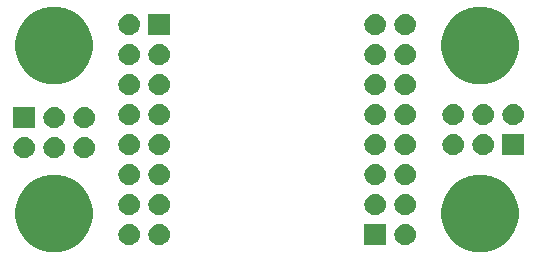
<source format=gbr>
G04 #@! TF.GenerationSoftware,KiCad,Pcbnew,(5.0.1-3-g963ef8bb5)*
G04 #@! TF.CreationDate,2019-05-10T17:58:09-07:00*
G04 #@! TF.ProjectId,NixieDriver,4E697869654472697665722E6B696361,rev?*
G04 #@! TF.SameCoordinates,Original*
G04 #@! TF.FileFunction,Soldermask,Bot*
G04 #@! TF.FilePolarity,Negative*
%FSLAX46Y46*%
G04 Gerber Fmt 4.6, Leading zero omitted, Abs format (unit mm)*
G04 Created by KiCad (PCBNEW (5.0.1-3-g963ef8bb5)) date Friday, May 10, 2019 at 05:58:09 PM*
%MOMM*%
%LPD*%
G01*
G04 APERTURE LIST*
%ADD10C,0.100000*%
G04 APERTURE END LIST*
D10*
G36*
X143449748Y-97941317D02*
X144046051Y-98188314D01*
X144582714Y-98546901D01*
X145039099Y-99003286D01*
X145397686Y-99539949D01*
X145644683Y-100136252D01*
X145770600Y-100769282D01*
X145770600Y-101414718D01*
X145644683Y-102047748D01*
X145397686Y-102644051D01*
X145039099Y-103180714D01*
X144582714Y-103637099D01*
X144046051Y-103995686D01*
X143449748Y-104242683D01*
X142816718Y-104368600D01*
X142171282Y-104368600D01*
X141538252Y-104242683D01*
X140941949Y-103995686D01*
X140405286Y-103637099D01*
X139948901Y-103180714D01*
X139590314Y-102644051D01*
X139343317Y-102047748D01*
X139217400Y-101414718D01*
X139217400Y-100769282D01*
X139343317Y-100136252D01*
X139590314Y-99539949D01*
X139948901Y-99003286D01*
X140405286Y-98546901D01*
X140941949Y-98188314D01*
X141538252Y-97941317D01*
X142171282Y-97815400D01*
X142816718Y-97815400D01*
X143449748Y-97941317D01*
X143449748Y-97941317D01*
G37*
G36*
X107381748Y-97941317D02*
X107978051Y-98188314D01*
X108514714Y-98546901D01*
X108971099Y-99003286D01*
X109329686Y-99539949D01*
X109576683Y-100136252D01*
X109702600Y-100769282D01*
X109702600Y-101414718D01*
X109576683Y-102047748D01*
X109329686Y-102644051D01*
X108971099Y-103180714D01*
X108514714Y-103637099D01*
X107978051Y-103995686D01*
X107381748Y-104242683D01*
X106748718Y-104368600D01*
X106103282Y-104368600D01*
X105470252Y-104242683D01*
X104873949Y-103995686D01*
X104337286Y-103637099D01*
X103880901Y-103180714D01*
X103522314Y-102644051D01*
X103275317Y-102047748D01*
X103149400Y-101414718D01*
X103149400Y-100769282D01*
X103275317Y-100136252D01*
X103522314Y-99539949D01*
X103880901Y-99003286D01*
X104337286Y-98546901D01*
X104873949Y-98188314D01*
X105470252Y-97941317D01*
X106103282Y-97815400D01*
X106748718Y-97815400D01*
X107381748Y-97941317D01*
X107381748Y-97941317D01*
G37*
G36*
X115426442Y-101975518D02*
X115492627Y-101982037D01*
X115605853Y-102016384D01*
X115662467Y-102033557D01*
X115801087Y-102107652D01*
X115818991Y-102117222D01*
X115854729Y-102146552D01*
X115956186Y-102229814D01*
X116039448Y-102331271D01*
X116068778Y-102367009D01*
X116068779Y-102367011D01*
X116152443Y-102523533D01*
X116152443Y-102523534D01*
X116203963Y-102693373D01*
X116221359Y-102870000D01*
X116203963Y-103046627D01*
X116169616Y-103159853D01*
X116152443Y-103216467D01*
X116078348Y-103355087D01*
X116068778Y-103372991D01*
X116039448Y-103408729D01*
X115956186Y-103510186D01*
X115854729Y-103593448D01*
X115818991Y-103622778D01*
X115818989Y-103622779D01*
X115662467Y-103706443D01*
X115605853Y-103723616D01*
X115492627Y-103757963D01*
X115426443Y-103764481D01*
X115360260Y-103771000D01*
X115271740Y-103771000D01*
X115205557Y-103764481D01*
X115139373Y-103757963D01*
X115026147Y-103723616D01*
X114969533Y-103706443D01*
X114813011Y-103622779D01*
X114813009Y-103622778D01*
X114777271Y-103593448D01*
X114675814Y-103510186D01*
X114592552Y-103408729D01*
X114563222Y-103372991D01*
X114553652Y-103355087D01*
X114479557Y-103216467D01*
X114462384Y-103159853D01*
X114428037Y-103046627D01*
X114410641Y-102870000D01*
X114428037Y-102693373D01*
X114479557Y-102523534D01*
X114479557Y-102523533D01*
X114563221Y-102367011D01*
X114563222Y-102367009D01*
X114592552Y-102331271D01*
X114675814Y-102229814D01*
X114777271Y-102146552D01*
X114813009Y-102117222D01*
X114830913Y-102107652D01*
X114969533Y-102033557D01*
X115026147Y-102016384D01*
X115139373Y-101982037D01*
X115205558Y-101975518D01*
X115271740Y-101969000D01*
X115360260Y-101969000D01*
X115426442Y-101975518D01*
X115426442Y-101975518D01*
G37*
G36*
X112886442Y-101975518D02*
X112952627Y-101982037D01*
X113065853Y-102016384D01*
X113122467Y-102033557D01*
X113261087Y-102107652D01*
X113278991Y-102117222D01*
X113314729Y-102146552D01*
X113416186Y-102229814D01*
X113499448Y-102331271D01*
X113528778Y-102367009D01*
X113528779Y-102367011D01*
X113612443Y-102523533D01*
X113612443Y-102523534D01*
X113663963Y-102693373D01*
X113681359Y-102870000D01*
X113663963Y-103046627D01*
X113629616Y-103159853D01*
X113612443Y-103216467D01*
X113538348Y-103355087D01*
X113528778Y-103372991D01*
X113499448Y-103408729D01*
X113416186Y-103510186D01*
X113314729Y-103593448D01*
X113278991Y-103622778D01*
X113278989Y-103622779D01*
X113122467Y-103706443D01*
X113065853Y-103723616D01*
X112952627Y-103757963D01*
X112886443Y-103764481D01*
X112820260Y-103771000D01*
X112731740Y-103771000D01*
X112665557Y-103764481D01*
X112599373Y-103757963D01*
X112486147Y-103723616D01*
X112429533Y-103706443D01*
X112273011Y-103622779D01*
X112273009Y-103622778D01*
X112237271Y-103593448D01*
X112135814Y-103510186D01*
X112052552Y-103408729D01*
X112023222Y-103372991D01*
X112013652Y-103355087D01*
X111939557Y-103216467D01*
X111922384Y-103159853D01*
X111888037Y-103046627D01*
X111870641Y-102870000D01*
X111888037Y-102693373D01*
X111939557Y-102523534D01*
X111939557Y-102523533D01*
X112023221Y-102367011D01*
X112023222Y-102367009D01*
X112052552Y-102331271D01*
X112135814Y-102229814D01*
X112237271Y-102146552D01*
X112273009Y-102117222D01*
X112290913Y-102107652D01*
X112429533Y-102033557D01*
X112486147Y-102016384D01*
X112599373Y-101982037D01*
X112665558Y-101975518D01*
X112731740Y-101969000D01*
X112820260Y-101969000D01*
X112886442Y-101975518D01*
X112886442Y-101975518D01*
G37*
G36*
X134505000Y-103771000D02*
X132703000Y-103771000D01*
X132703000Y-101969000D01*
X134505000Y-101969000D01*
X134505000Y-103771000D01*
X134505000Y-103771000D01*
G37*
G36*
X136254442Y-101975518D02*
X136320627Y-101982037D01*
X136433853Y-102016384D01*
X136490467Y-102033557D01*
X136629087Y-102107652D01*
X136646991Y-102117222D01*
X136682729Y-102146552D01*
X136784186Y-102229814D01*
X136867448Y-102331271D01*
X136896778Y-102367009D01*
X136896779Y-102367011D01*
X136980443Y-102523533D01*
X136980443Y-102523534D01*
X137031963Y-102693373D01*
X137049359Y-102870000D01*
X137031963Y-103046627D01*
X136997616Y-103159853D01*
X136980443Y-103216467D01*
X136906348Y-103355087D01*
X136896778Y-103372991D01*
X136867448Y-103408729D01*
X136784186Y-103510186D01*
X136682729Y-103593448D01*
X136646991Y-103622778D01*
X136646989Y-103622779D01*
X136490467Y-103706443D01*
X136433853Y-103723616D01*
X136320627Y-103757963D01*
X136254443Y-103764481D01*
X136188260Y-103771000D01*
X136099740Y-103771000D01*
X136033557Y-103764481D01*
X135967373Y-103757963D01*
X135854147Y-103723616D01*
X135797533Y-103706443D01*
X135641011Y-103622779D01*
X135641009Y-103622778D01*
X135605271Y-103593448D01*
X135503814Y-103510186D01*
X135420552Y-103408729D01*
X135391222Y-103372991D01*
X135381652Y-103355087D01*
X135307557Y-103216467D01*
X135290384Y-103159853D01*
X135256037Y-103046627D01*
X135238641Y-102870000D01*
X135256037Y-102693373D01*
X135307557Y-102523534D01*
X135307557Y-102523533D01*
X135391221Y-102367011D01*
X135391222Y-102367009D01*
X135420552Y-102331271D01*
X135503814Y-102229814D01*
X135605271Y-102146552D01*
X135641009Y-102117222D01*
X135658913Y-102107652D01*
X135797533Y-102033557D01*
X135854147Y-102016384D01*
X135967373Y-101982037D01*
X136033558Y-101975518D01*
X136099740Y-101969000D01*
X136188260Y-101969000D01*
X136254442Y-101975518D01*
X136254442Y-101975518D01*
G37*
G36*
X115426443Y-99435519D02*
X115492627Y-99442037D01*
X115605853Y-99476384D01*
X115662467Y-99493557D01*
X115749257Y-99539948D01*
X115818991Y-99577222D01*
X115854729Y-99606552D01*
X115956186Y-99689814D01*
X116039448Y-99791271D01*
X116068778Y-99827009D01*
X116068779Y-99827011D01*
X116152443Y-99983533D01*
X116152443Y-99983534D01*
X116203963Y-100153373D01*
X116221359Y-100330000D01*
X116203963Y-100506627D01*
X116169616Y-100619853D01*
X116152443Y-100676467D01*
X116102831Y-100769283D01*
X116068778Y-100832991D01*
X116039448Y-100868729D01*
X115956186Y-100970186D01*
X115854729Y-101053448D01*
X115818991Y-101082778D01*
X115818989Y-101082779D01*
X115662467Y-101166443D01*
X115605853Y-101183616D01*
X115492627Y-101217963D01*
X115426443Y-101224481D01*
X115360260Y-101231000D01*
X115271740Y-101231000D01*
X115205558Y-101224482D01*
X115139373Y-101217963D01*
X115026147Y-101183616D01*
X114969533Y-101166443D01*
X114813011Y-101082779D01*
X114813009Y-101082778D01*
X114777271Y-101053448D01*
X114675814Y-100970186D01*
X114592552Y-100868729D01*
X114563222Y-100832991D01*
X114529169Y-100769283D01*
X114479557Y-100676467D01*
X114462384Y-100619853D01*
X114428037Y-100506627D01*
X114410641Y-100330000D01*
X114428037Y-100153373D01*
X114479557Y-99983534D01*
X114479557Y-99983533D01*
X114563221Y-99827011D01*
X114563222Y-99827009D01*
X114592552Y-99791271D01*
X114675814Y-99689814D01*
X114777271Y-99606552D01*
X114813009Y-99577222D01*
X114882743Y-99539948D01*
X114969533Y-99493557D01*
X115026147Y-99476384D01*
X115139373Y-99442037D01*
X115205558Y-99435518D01*
X115271740Y-99429000D01*
X115360260Y-99429000D01*
X115426443Y-99435519D01*
X115426443Y-99435519D01*
G37*
G36*
X136254443Y-99435519D02*
X136320627Y-99442037D01*
X136433853Y-99476384D01*
X136490467Y-99493557D01*
X136577257Y-99539948D01*
X136646991Y-99577222D01*
X136682729Y-99606552D01*
X136784186Y-99689814D01*
X136867448Y-99791271D01*
X136896778Y-99827009D01*
X136896779Y-99827011D01*
X136980443Y-99983533D01*
X136980443Y-99983534D01*
X137031963Y-100153373D01*
X137049359Y-100330000D01*
X137031963Y-100506627D01*
X136997616Y-100619853D01*
X136980443Y-100676467D01*
X136930831Y-100769283D01*
X136896778Y-100832991D01*
X136867448Y-100868729D01*
X136784186Y-100970186D01*
X136682729Y-101053448D01*
X136646991Y-101082778D01*
X136646989Y-101082779D01*
X136490467Y-101166443D01*
X136433853Y-101183616D01*
X136320627Y-101217963D01*
X136254443Y-101224481D01*
X136188260Y-101231000D01*
X136099740Y-101231000D01*
X136033558Y-101224482D01*
X135967373Y-101217963D01*
X135854147Y-101183616D01*
X135797533Y-101166443D01*
X135641011Y-101082779D01*
X135641009Y-101082778D01*
X135605271Y-101053448D01*
X135503814Y-100970186D01*
X135420552Y-100868729D01*
X135391222Y-100832991D01*
X135357169Y-100769283D01*
X135307557Y-100676467D01*
X135290384Y-100619853D01*
X135256037Y-100506627D01*
X135238641Y-100330000D01*
X135256037Y-100153373D01*
X135307557Y-99983534D01*
X135307557Y-99983533D01*
X135391221Y-99827011D01*
X135391222Y-99827009D01*
X135420552Y-99791271D01*
X135503814Y-99689814D01*
X135605271Y-99606552D01*
X135641009Y-99577222D01*
X135710743Y-99539948D01*
X135797533Y-99493557D01*
X135854147Y-99476384D01*
X135967373Y-99442037D01*
X136033558Y-99435518D01*
X136099740Y-99429000D01*
X136188260Y-99429000D01*
X136254443Y-99435519D01*
X136254443Y-99435519D01*
G37*
G36*
X133714443Y-99435519D02*
X133780627Y-99442037D01*
X133893853Y-99476384D01*
X133950467Y-99493557D01*
X134037257Y-99539948D01*
X134106991Y-99577222D01*
X134142729Y-99606552D01*
X134244186Y-99689814D01*
X134327448Y-99791271D01*
X134356778Y-99827009D01*
X134356779Y-99827011D01*
X134440443Y-99983533D01*
X134440443Y-99983534D01*
X134491963Y-100153373D01*
X134509359Y-100330000D01*
X134491963Y-100506627D01*
X134457616Y-100619853D01*
X134440443Y-100676467D01*
X134390831Y-100769283D01*
X134356778Y-100832991D01*
X134327448Y-100868729D01*
X134244186Y-100970186D01*
X134142729Y-101053448D01*
X134106991Y-101082778D01*
X134106989Y-101082779D01*
X133950467Y-101166443D01*
X133893853Y-101183616D01*
X133780627Y-101217963D01*
X133714443Y-101224481D01*
X133648260Y-101231000D01*
X133559740Y-101231000D01*
X133493558Y-101224482D01*
X133427373Y-101217963D01*
X133314147Y-101183616D01*
X133257533Y-101166443D01*
X133101011Y-101082779D01*
X133101009Y-101082778D01*
X133065271Y-101053448D01*
X132963814Y-100970186D01*
X132880552Y-100868729D01*
X132851222Y-100832991D01*
X132817169Y-100769283D01*
X132767557Y-100676467D01*
X132750384Y-100619853D01*
X132716037Y-100506627D01*
X132698641Y-100330000D01*
X132716037Y-100153373D01*
X132767557Y-99983534D01*
X132767557Y-99983533D01*
X132851221Y-99827011D01*
X132851222Y-99827009D01*
X132880552Y-99791271D01*
X132963814Y-99689814D01*
X133065271Y-99606552D01*
X133101009Y-99577222D01*
X133170743Y-99539948D01*
X133257533Y-99493557D01*
X133314147Y-99476384D01*
X133427373Y-99442037D01*
X133493558Y-99435518D01*
X133559740Y-99429000D01*
X133648260Y-99429000D01*
X133714443Y-99435519D01*
X133714443Y-99435519D01*
G37*
G36*
X112886443Y-99435519D02*
X112952627Y-99442037D01*
X113065853Y-99476384D01*
X113122467Y-99493557D01*
X113209257Y-99539948D01*
X113278991Y-99577222D01*
X113314729Y-99606552D01*
X113416186Y-99689814D01*
X113499448Y-99791271D01*
X113528778Y-99827009D01*
X113528779Y-99827011D01*
X113612443Y-99983533D01*
X113612443Y-99983534D01*
X113663963Y-100153373D01*
X113681359Y-100330000D01*
X113663963Y-100506627D01*
X113629616Y-100619853D01*
X113612443Y-100676467D01*
X113562831Y-100769283D01*
X113528778Y-100832991D01*
X113499448Y-100868729D01*
X113416186Y-100970186D01*
X113314729Y-101053448D01*
X113278991Y-101082778D01*
X113278989Y-101082779D01*
X113122467Y-101166443D01*
X113065853Y-101183616D01*
X112952627Y-101217963D01*
X112886443Y-101224481D01*
X112820260Y-101231000D01*
X112731740Y-101231000D01*
X112665558Y-101224482D01*
X112599373Y-101217963D01*
X112486147Y-101183616D01*
X112429533Y-101166443D01*
X112273011Y-101082779D01*
X112273009Y-101082778D01*
X112237271Y-101053448D01*
X112135814Y-100970186D01*
X112052552Y-100868729D01*
X112023222Y-100832991D01*
X111989169Y-100769283D01*
X111939557Y-100676467D01*
X111922384Y-100619853D01*
X111888037Y-100506627D01*
X111870641Y-100330000D01*
X111888037Y-100153373D01*
X111939557Y-99983534D01*
X111939557Y-99983533D01*
X112023221Y-99827011D01*
X112023222Y-99827009D01*
X112052552Y-99791271D01*
X112135814Y-99689814D01*
X112237271Y-99606552D01*
X112273009Y-99577222D01*
X112342743Y-99539948D01*
X112429533Y-99493557D01*
X112486147Y-99476384D01*
X112599373Y-99442037D01*
X112665558Y-99435518D01*
X112731740Y-99429000D01*
X112820260Y-99429000D01*
X112886443Y-99435519D01*
X112886443Y-99435519D01*
G37*
G36*
X112886442Y-96895518D02*
X112952627Y-96902037D01*
X113065853Y-96936384D01*
X113122467Y-96953557D01*
X113261087Y-97027652D01*
X113278991Y-97037222D01*
X113314729Y-97066552D01*
X113416186Y-97149814D01*
X113499448Y-97251271D01*
X113528778Y-97287009D01*
X113528779Y-97287011D01*
X113612443Y-97443533D01*
X113612443Y-97443534D01*
X113663963Y-97613373D01*
X113681359Y-97790000D01*
X113663963Y-97966627D01*
X113629616Y-98079853D01*
X113612443Y-98136467D01*
X113584729Y-98188315D01*
X113528778Y-98292991D01*
X113499448Y-98328729D01*
X113416186Y-98430186D01*
X113314729Y-98513448D01*
X113278991Y-98542778D01*
X113278989Y-98542779D01*
X113122467Y-98626443D01*
X113065853Y-98643616D01*
X112952627Y-98677963D01*
X112886442Y-98684482D01*
X112820260Y-98691000D01*
X112731740Y-98691000D01*
X112665558Y-98684482D01*
X112599373Y-98677963D01*
X112486147Y-98643616D01*
X112429533Y-98626443D01*
X112273011Y-98542779D01*
X112273009Y-98542778D01*
X112237271Y-98513448D01*
X112135814Y-98430186D01*
X112052552Y-98328729D01*
X112023222Y-98292991D01*
X111967271Y-98188315D01*
X111939557Y-98136467D01*
X111922384Y-98079853D01*
X111888037Y-97966627D01*
X111870641Y-97790000D01*
X111888037Y-97613373D01*
X111939557Y-97443534D01*
X111939557Y-97443533D01*
X112023221Y-97287011D01*
X112023222Y-97287009D01*
X112052552Y-97251271D01*
X112135814Y-97149814D01*
X112237271Y-97066552D01*
X112273009Y-97037222D01*
X112290913Y-97027652D01*
X112429533Y-96953557D01*
X112486147Y-96936384D01*
X112599373Y-96902037D01*
X112665558Y-96895518D01*
X112731740Y-96889000D01*
X112820260Y-96889000D01*
X112886442Y-96895518D01*
X112886442Y-96895518D01*
G37*
G36*
X136254442Y-96895518D02*
X136320627Y-96902037D01*
X136433853Y-96936384D01*
X136490467Y-96953557D01*
X136629087Y-97027652D01*
X136646991Y-97037222D01*
X136682729Y-97066552D01*
X136784186Y-97149814D01*
X136867448Y-97251271D01*
X136896778Y-97287009D01*
X136896779Y-97287011D01*
X136980443Y-97443533D01*
X136980443Y-97443534D01*
X137031963Y-97613373D01*
X137049359Y-97790000D01*
X137031963Y-97966627D01*
X136997616Y-98079853D01*
X136980443Y-98136467D01*
X136952729Y-98188315D01*
X136896778Y-98292991D01*
X136867448Y-98328729D01*
X136784186Y-98430186D01*
X136682729Y-98513448D01*
X136646991Y-98542778D01*
X136646989Y-98542779D01*
X136490467Y-98626443D01*
X136433853Y-98643616D01*
X136320627Y-98677963D01*
X136254442Y-98684482D01*
X136188260Y-98691000D01*
X136099740Y-98691000D01*
X136033558Y-98684482D01*
X135967373Y-98677963D01*
X135854147Y-98643616D01*
X135797533Y-98626443D01*
X135641011Y-98542779D01*
X135641009Y-98542778D01*
X135605271Y-98513448D01*
X135503814Y-98430186D01*
X135420552Y-98328729D01*
X135391222Y-98292991D01*
X135335271Y-98188315D01*
X135307557Y-98136467D01*
X135290384Y-98079853D01*
X135256037Y-97966627D01*
X135238641Y-97790000D01*
X135256037Y-97613373D01*
X135307557Y-97443534D01*
X135307557Y-97443533D01*
X135391221Y-97287011D01*
X135391222Y-97287009D01*
X135420552Y-97251271D01*
X135503814Y-97149814D01*
X135605271Y-97066552D01*
X135641009Y-97037222D01*
X135658913Y-97027652D01*
X135797533Y-96953557D01*
X135854147Y-96936384D01*
X135967373Y-96902037D01*
X136033558Y-96895518D01*
X136099740Y-96889000D01*
X136188260Y-96889000D01*
X136254442Y-96895518D01*
X136254442Y-96895518D01*
G37*
G36*
X133714442Y-96895518D02*
X133780627Y-96902037D01*
X133893853Y-96936384D01*
X133950467Y-96953557D01*
X134089087Y-97027652D01*
X134106991Y-97037222D01*
X134142729Y-97066552D01*
X134244186Y-97149814D01*
X134327448Y-97251271D01*
X134356778Y-97287009D01*
X134356779Y-97287011D01*
X134440443Y-97443533D01*
X134440443Y-97443534D01*
X134491963Y-97613373D01*
X134509359Y-97790000D01*
X134491963Y-97966627D01*
X134457616Y-98079853D01*
X134440443Y-98136467D01*
X134412729Y-98188315D01*
X134356778Y-98292991D01*
X134327448Y-98328729D01*
X134244186Y-98430186D01*
X134142729Y-98513448D01*
X134106991Y-98542778D01*
X134106989Y-98542779D01*
X133950467Y-98626443D01*
X133893853Y-98643616D01*
X133780627Y-98677963D01*
X133714442Y-98684482D01*
X133648260Y-98691000D01*
X133559740Y-98691000D01*
X133493558Y-98684482D01*
X133427373Y-98677963D01*
X133314147Y-98643616D01*
X133257533Y-98626443D01*
X133101011Y-98542779D01*
X133101009Y-98542778D01*
X133065271Y-98513448D01*
X132963814Y-98430186D01*
X132880552Y-98328729D01*
X132851222Y-98292991D01*
X132795271Y-98188315D01*
X132767557Y-98136467D01*
X132750384Y-98079853D01*
X132716037Y-97966627D01*
X132698641Y-97790000D01*
X132716037Y-97613373D01*
X132767557Y-97443534D01*
X132767557Y-97443533D01*
X132851221Y-97287011D01*
X132851222Y-97287009D01*
X132880552Y-97251271D01*
X132963814Y-97149814D01*
X133065271Y-97066552D01*
X133101009Y-97037222D01*
X133118913Y-97027652D01*
X133257533Y-96953557D01*
X133314147Y-96936384D01*
X133427373Y-96902037D01*
X133493558Y-96895518D01*
X133559740Y-96889000D01*
X133648260Y-96889000D01*
X133714442Y-96895518D01*
X133714442Y-96895518D01*
G37*
G36*
X115426442Y-96895518D02*
X115492627Y-96902037D01*
X115605853Y-96936384D01*
X115662467Y-96953557D01*
X115801087Y-97027652D01*
X115818991Y-97037222D01*
X115854729Y-97066552D01*
X115956186Y-97149814D01*
X116039448Y-97251271D01*
X116068778Y-97287009D01*
X116068779Y-97287011D01*
X116152443Y-97443533D01*
X116152443Y-97443534D01*
X116203963Y-97613373D01*
X116221359Y-97790000D01*
X116203963Y-97966627D01*
X116169616Y-98079853D01*
X116152443Y-98136467D01*
X116124729Y-98188315D01*
X116068778Y-98292991D01*
X116039448Y-98328729D01*
X115956186Y-98430186D01*
X115854729Y-98513448D01*
X115818991Y-98542778D01*
X115818989Y-98542779D01*
X115662467Y-98626443D01*
X115605853Y-98643616D01*
X115492627Y-98677963D01*
X115426442Y-98684482D01*
X115360260Y-98691000D01*
X115271740Y-98691000D01*
X115205558Y-98684482D01*
X115139373Y-98677963D01*
X115026147Y-98643616D01*
X114969533Y-98626443D01*
X114813011Y-98542779D01*
X114813009Y-98542778D01*
X114777271Y-98513448D01*
X114675814Y-98430186D01*
X114592552Y-98328729D01*
X114563222Y-98292991D01*
X114507271Y-98188315D01*
X114479557Y-98136467D01*
X114462384Y-98079853D01*
X114428037Y-97966627D01*
X114410641Y-97790000D01*
X114428037Y-97613373D01*
X114479557Y-97443534D01*
X114479557Y-97443533D01*
X114563221Y-97287011D01*
X114563222Y-97287009D01*
X114592552Y-97251271D01*
X114675814Y-97149814D01*
X114777271Y-97066552D01*
X114813009Y-97037222D01*
X114830913Y-97027652D01*
X114969533Y-96953557D01*
X115026147Y-96936384D01*
X115139373Y-96902037D01*
X115205558Y-96895518D01*
X115271740Y-96889000D01*
X115360260Y-96889000D01*
X115426442Y-96895518D01*
X115426442Y-96895518D01*
G37*
G36*
X109076442Y-94609518D02*
X109142627Y-94616037D01*
X109255853Y-94650384D01*
X109312467Y-94667557D01*
X109451087Y-94741652D01*
X109468991Y-94751222D01*
X109504729Y-94780552D01*
X109606186Y-94863814D01*
X109689448Y-94965271D01*
X109718778Y-95001009D01*
X109718779Y-95001011D01*
X109802443Y-95157533D01*
X109802443Y-95157534D01*
X109853963Y-95327373D01*
X109871359Y-95504000D01*
X109853963Y-95680627D01*
X109819616Y-95793853D01*
X109802443Y-95850467D01*
X109781213Y-95890185D01*
X109718778Y-96006991D01*
X109689448Y-96042729D01*
X109606186Y-96144186D01*
X109504729Y-96227448D01*
X109468991Y-96256778D01*
X109468989Y-96256779D01*
X109312467Y-96340443D01*
X109255853Y-96357616D01*
X109142627Y-96391963D01*
X109076442Y-96398482D01*
X109010260Y-96405000D01*
X108921740Y-96405000D01*
X108855558Y-96398482D01*
X108789373Y-96391963D01*
X108676147Y-96357616D01*
X108619533Y-96340443D01*
X108463011Y-96256779D01*
X108463009Y-96256778D01*
X108427271Y-96227448D01*
X108325814Y-96144186D01*
X108242552Y-96042729D01*
X108213222Y-96006991D01*
X108150787Y-95890185D01*
X108129557Y-95850467D01*
X108112384Y-95793853D01*
X108078037Y-95680627D01*
X108060641Y-95504000D01*
X108078037Y-95327373D01*
X108129557Y-95157534D01*
X108129557Y-95157533D01*
X108213221Y-95001011D01*
X108213222Y-95001009D01*
X108242552Y-94965271D01*
X108325814Y-94863814D01*
X108427271Y-94780552D01*
X108463009Y-94751222D01*
X108480913Y-94741652D01*
X108619533Y-94667557D01*
X108676147Y-94650384D01*
X108789373Y-94616037D01*
X108855558Y-94609518D01*
X108921740Y-94603000D01*
X109010260Y-94603000D01*
X109076442Y-94609518D01*
X109076442Y-94609518D01*
G37*
G36*
X106536442Y-94609518D02*
X106602627Y-94616037D01*
X106715853Y-94650384D01*
X106772467Y-94667557D01*
X106911087Y-94741652D01*
X106928991Y-94751222D01*
X106964729Y-94780552D01*
X107066186Y-94863814D01*
X107149448Y-94965271D01*
X107178778Y-95001009D01*
X107178779Y-95001011D01*
X107262443Y-95157533D01*
X107262443Y-95157534D01*
X107313963Y-95327373D01*
X107331359Y-95504000D01*
X107313963Y-95680627D01*
X107279616Y-95793853D01*
X107262443Y-95850467D01*
X107241213Y-95890185D01*
X107178778Y-96006991D01*
X107149448Y-96042729D01*
X107066186Y-96144186D01*
X106964729Y-96227448D01*
X106928991Y-96256778D01*
X106928989Y-96256779D01*
X106772467Y-96340443D01*
X106715853Y-96357616D01*
X106602627Y-96391963D01*
X106536442Y-96398482D01*
X106470260Y-96405000D01*
X106381740Y-96405000D01*
X106315558Y-96398482D01*
X106249373Y-96391963D01*
X106136147Y-96357616D01*
X106079533Y-96340443D01*
X105923011Y-96256779D01*
X105923009Y-96256778D01*
X105887271Y-96227448D01*
X105785814Y-96144186D01*
X105702552Y-96042729D01*
X105673222Y-96006991D01*
X105610787Y-95890185D01*
X105589557Y-95850467D01*
X105572384Y-95793853D01*
X105538037Y-95680627D01*
X105520641Y-95504000D01*
X105538037Y-95327373D01*
X105589557Y-95157534D01*
X105589557Y-95157533D01*
X105673221Y-95001011D01*
X105673222Y-95001009D01*
X105702552Y-94965271D01*
X105785814Y-94863814D01*
X105887271Y-94780552D01*
X105923009Y-94751222D01*
X105940913Y-94741652D01*
X106079533Y-94667557D01*
X106136147Y-94650384D01*
X106249373Y-94616037D01*
X106315558Y-94609518D01*
X106381740Y-94603000D01*
X106470260Y-94603000D01*
X106536442Y-94609518D01*
X106536442Y-94609518D01*
G37*
G36*
X103996442Y-94609518D02*
X104062627Y-94616037D01*
X104175853Y-94650384D01*
X104232467Y-94667557D01*
X104371087Y-94741652D01*
X104388991Y-94751222D01*
X104424729Y-94780552D01*
X104526186Y-94863814D01*
X104609448Y-94965271D01*
X104638778Y-95001009D01*
X104638779Y-95001011D01*
X104722443Y-95157533D01*
X104722443Y-95157534D01*
X104773963Y-95327373D01*
X104791359Y-95504000D01*
X104773963Y-95680627D01*
X104739616Y-95793853D01*
X104722443Y-95850467D01*
X104701213Y-95890185D01*
X104638778Y-96006991D01*
X104609448Y-96042729D01*
X104526186Y-96144186D01*
X104424729Y-96227448D01*
X104388991Y-96256778D01*
X104388989Y-96256779D01*
X104232467Y-96340443D01*
X104175853Y-96357616D01*
X104062627Y-96391963D01*
X103996442Y-96398482D01*
X103930260Y-96405000D01*
X103841740Y-96405000D01*
X103775558Y-96398482D01*
X103709373Y-96391963D01*
X103596147Y-96357616D01*
X103539533Y-96340443D01*
X103383011Y-96256779D01*
X103383009Y-96256778D01*
X103347271Y-96227448D01*
X103245814Y-96144186D01*
X103162552Y-96042729D01*
X103133222Y-96006991D01*
X103070787Y-95890185D01*
X103049557Y-95850467D01*
X103032384Y-95793853D01*
X102998037Y-95680627D01*
X102980641Y-95504000D01*
X102998037Y-95327373D01*
X103049557Y-95157534D01*
X103049557Y-95157533D01*
X103133221Y-95001011D01*
X103133222Y-95001009D01*
X103162552Y-94965271D01*
X103245814Y-94863814D01*
X103347271Y-94780552D01*
X103383009Y-94751222D01*
X103400913Y-94741652D01*
X103539533Y-94667557D01*
X103596147Y-94650384D01*
X103709373Y-94616037D01*
X103775558Y-94609518D01*
X103841740Y-94603000D01*
X103930260Y-94603000D01*
X103996442Y-94609518D01*
X103996442Y-94609518D01*
G37*
G36*
X136254442Y-94355518D02*
X136320627Y-94362037D01*
X136433853Y-94396384D01*
X136490467Y-94413557D01*
X136629087Y-94487652D01*
X136646991Y-94497222D01*
X136682729Y-94526552D01*
X136784186Y-94609814D01*
X136867448Y-94711271D01*
X136896778Y-94747009D01*
X136896779Y-94747011D01*
X136980443Y-94903533D01*
X136980443Y-94903534D01*
X137031963Y-95073373D01*
X137049359Y-95250000D01*
X137031963Y-95426627D01*
X137008492Y-95504000D01*
X136980443Y-95596467D01*
X136935459Y-95680625D01*
X136896778Y-95752991D01*
X136867448Y-95788729D01*
X136784186Y-95890186D01*
X136682729Y-95973448D01*
X136646991Y-96002778D01*
X136646989Y-96002779D01*
X136490467Y-96086443D01*
X136433853Y-96103616D01*
X136320627Y-96137963D01*
X136257453Y-96144185D01*
X136188260Y-96151000D01*
X136099740Y-96151000D01*
X136030547Y-96144185D01*
X135967373Y-96137963D01*
X135854147Y-96103616D01*
X135797533Y-96086443D01*
X135641011Y-96002779D01*
X135641009Y-96002778D01*
X135605271Y-95973448D01*
X135503814Y-95890186D01*
X135420552Y-95788729D01*
X135391222Y-95752991D01*
X135352541Y-95680625D01*
X135307557Y-95596467D01*
X135279508Y-95504000D01*
X135256037Y-95426627D01*
X135238641Y-95250000D01*
X135256037Y-95073373D01*
X135307557Y-94903534D01*
X135307557Y-94903533D01*
X135391221Y-94747011D01*
X135391222Y-94747009D01*
X135420552Y-94711271D01*
X135503814Y-94609814D01*
X135605271Y-94526552D01*
X135641009Y-94497222D01*
X135658913Y-94487652D01*
X135797533Y-94413557D01*
X135854147Y-94396384D01*
X135967373Y-94362037D01*
X136033557Y-94355519D01*
X136099740Y-94349000D01*
X136188260Y-94349000D01*
X136254442Y-94355518D01*
X136254442Y-94355518D01*
G37*
G36*
X133714442Y-94355518D02*
X133780627Y-94362037D01*
X133893853Y-94396384D01*
X133950467Y-94413557D01*
X134089087Y-94487652D01*
X134106991Y-94497222D01*
X134142729Y-94526552D01*
X134244186Y-94609814D01*
X134327448Y-94711271D01*
X134356778Y-94747009D01*
X134356779Y-94747011D01*
X134440443Y-94903533D01*
X134440443Y-94903534D01*
X134491963Y-95073373D01*
X134509359Y-95250000D01*
X134491963Y-95426627D01*
X134468492Y-95504000D01*
X134440443Y-95596467D01*
X134395459Y-95680625D01*
X134356778Y-95752991D01*
X134327448Y-95788729D01*
X134244186Y-95890186D01*
X134142729Y-95973448D01*
X134106991Y-96002778D01*
X134106989Y-96002779D01*
X133950467Y-96086443D01*
X133893853Y-96103616D01*
X133780627Y-96137963D01*
X133717453Y-96144185D01*
X133648260Y-96151000D01*
X133559740Y-96151000D01*
X133490547Y-96144185D01*
X133427373Y-96137963D01*
X133314147Y-96103616D01*
X133257533Y-96086443D01*
X133101011Y-96002779D01*
X133101009Y-96002778D01*
X133065271Y-95973448D01*
X132963814Y-95890186D01*
X132880552Y-95788729D01*
X132851222Y-95752991D01*
X132812541Y-95680625D01*
X132767557Y-95596467D01*
X132739508Y-95504000D01*
X132716037Y-95426627D01*
X132698641Y-95250000D01*
X132716037Y-95073373D01*
X132767557Y-94903534D01*
X132767557Y-94903533D01*
X132851221Y-94747011D01*
X132851222Y-94747009D01*
X132880552Y-94711271D01*
X132963814Y-94609814D01*
X133065271Y-94526552D01*
X133101009Y-94497222D01*
X133118913Y-94487652D01*
X133257533Y-94413557D01*
X133314147Y-94396384D01*
X133427373Y-94362037D01*
X133493557Y-94355519D01*
X133559740Y-94349000D01*
X133648260Y-94349000D01*
X133714442Y-94355518D01*
X133714442Y-94355518D01*
G37*
G36*
X115426442Y-94355518D02*
X115492627Y-94362037D01*
X115605853Y-94396384D01*
X115662467Y-94413557D01*
X115801087Y-94487652D01*
X115818991Y-94497222D01*
X115854729Y-94526552D01*
X115956186Y-94609814D01*
X116039448Y-94711271D01*
X116068778Y-94747009D01*
X116068779Y-94747011D01*
X116152443Y-94903533D01*
X116152443Y-94903534D01*
X116203963Y-95073373D01*
X116221359Y-95250000D01*
X116203963Y-95426627D01*
X116180492Y-95504000D01*
X116152443Y-95596467D01*
X116107459Y-95680625D01*
X116068778Y-95752991D01*
X116039448Y-95788729D01*
X115956186Y-95890186D01*
X115854729Y-95973448D01*
X115818991Y-96002778D01*
X115818989Y-96002779D01*
X115662467Y-96086443D01*
X115605853Y-96103616D01*
X115492627Y-96137963D01*
X115429453Y-96144185D01*
X115360260Y-96151000D01*
X115271740Y-96151000D01*
X115202547Y-96144185D01*
X115139373Y-96137963D01*
X115026147Y-96103616D01*
X114969533Y-96086443D01*
X114813011Y-96002779D01*
X114813009Y-96002778D01*
X114777271Y-95973448D01*
X114675814Y-95890186D01*
X114592552Y-95788729D01*
X114563222Y-95752991D01*
X114524541Y-95680625D01*
X114479557Y-95596467D01*
X114451508Y-95504000D01*
X114428037Y-95426627D01*
X114410641Y-95250000D01*
X114428037Y-95073373D01*
X114479557Y-94903534D01*
X114479557Y-94903533D01*
X114563221Y-94747011D01*
X114563222Y-94747009D01*
X114592552Y-94711271D01*
X114675814Y-94609814D01*
X114777271Y-94526552D01*
X114813009Y-94497222D01*
X114830913Y-94487652D01*
X114969533Y-94413557D01*
X115026147Y-94396384D01*
X115139373Y-94362037D01*
X115205558Y-94355518D01*
X115271740Y-94349000D01*
X115360260Y-94349000D01*
X115426442Y-94355518D01*
X115426442Y-94355518D01*
G37*
G36*
X112886442Y-94355518D02*
X112952627Y-94362037D01*
X113065853Y-94396384D01*
X113122467Y-94413557D01*
X113261087Y-94487652D01*
X113278991Y-94497222D01*
X113314729Y-94526552D01*
X113416186Y-94609814D01*
X113499448Y-94711271D01*
X113528778Y-94747009D01*
X113528779Y-94747011D01*
X113612443Y-94903533D01*
X113612443Y-94903534D01*
X113663963Y-95073373D01*
X113681359Y-95250000D01*
X113663963Y-95426627D01*
X113640492Y-95504000D01*
X113612443Y-95596467D01*
X113567459Y-95680625D01*
X113528778Y-95752991D01*
X113499448Y-95788729D01*
X113416186Y-95890186D01*
X113314729Y-95973448D01*
X113278991Y-96002778D01*
X113278989Y-96002779D01*
X113122467Y-96086443D01*
X113065853Y-96103616D01*
X112952627Y-96137963D01*
X112889453Y-96144185D01*
X112820260Y-96151000D01*
X112731740Y-96151000D01*
X112662547Y-96144185D01*
X112599373Y-96137963D01*
X112486147Y-96103616D01*
X112429533Y-96086443D01*
X112273011Y-96002779D01*
X112273009Y-96002778D01*
X112237271Y-95973448D01*
X112135814Y-95890186D01*
X112052552Y-95788729D01*
X112023222Y-95752991D01*
X111984541Y-95680625D01*
X111939557Y-95596467D01*
X111911508Y-95504000D01*
X111888037Y-95426627D01*
X111870641Y-95250000D01*
X111888037Y-95073373D01*
X111939557Y-94903534D01*
X111939557Y-94903533D01*
X112023221Y-94747011D01*
X112023222Y-94747009D01*
X112052552Y-94711271D01*
X112135814Y-94609814D01*
X112237271Y-94526552D01*
X112273009Y-94497222D01*
X112290913Y-94487652D01*
X112429533Y-94413557D01*
X112486147Y-94396384D01*
X112599373Y-94362037D01*
X112665558Y-94355518D01*
X112731740Y-94349000D01*
X112820260Y-94349000D01*
X112886442Y-94355518D01*
X112886442Y-94355518D01*
G37*
G36*
X140318442Y-94355518D02*
X140384627Y-94362037D01*
X140497853Y-94396384D01*
X140554467Y-94413557D01*
X140693087Y-94487652D01*
X140710991Y-94497222D01*
X140746729Y-94526552D01*
X140848186Y-94609814D01*
X140931448Y-94711271D01*
X140960778Y-94747009D01*
X140960779Y-94747011D01*
X141044443Y-94903533D01*
X141044443Y-94903534D01*
X141095963Y-95073373D01*
X141113359Y-95250000D01*
X141095963Y-95426627D01*
X141072492Y-95504000D01*
X141044443Y-95596467D01*
X140999459Y-95680625D01*
X140960778Y-95752991D01*
X140931448Y-95788729D01*
X140848186Y-95890186D01*
X140746729Y-95973448D01*
X140710991Y-96002778D01*
X140710989Y-96002779D01*
X140554467Y-96086443D01*
X140497853Y-96103616D01*
X140384627Y-96137963D01*
X140321453Y-96144185D01*
X140252260Y-96151000D01*
X140163740Y-96151000D01*
X140094547Y-96144185D01*
X140031373Y-96137963D01*
X139918147Y-96103616D01*
X139861533Y-96086443D01*
X139705011Y-96002779D01*
X139705009Y-96002778D01*
X139669271Y-95973448D01*
X139567814Y-95890186D01*
X139484552Y-95788729D01*
X139455222Y-95752991D01*
X139416541Y-95680625D01*
X139371557Y-95596467D01*
X139343508Y-95504000D01*
X139320037Y-95426627D01*
X139302641Y-95250000D01*
X139320037Y-95073373D01*
X139371557Y-94903534D01*
X139371557Y-94903533D01*
X139455221Y-94747011D01*
X139455222Y-94747009D01*
X139484552Y-94711271D01*
X139567814Y-94609814D01*
X139669271Y-94526552D01*
X139705009Y-94497222D01*
X139722913Y-94487652D01*
X139861533Y-94413557D01*
X139918147Y-94396384D01*
X140031373Y-94362037D01*
X140097557Y-94355519D01*
X140163740Y-94349000D01*
X140252260Y-94349000D01*
X140318442Y-94355518D01*
X140318442Y-94355518D01*
G37*
G36*
X142858442Y-94355518D02*
X142924627Y-94362037D01*
X143037853Y-94396384D01*
X143094467Y-94413557D01*
X143233087Y-94487652D01*
X143250991Y-94497222D01*
X143286729Y-94526552D01*
X143388186Y-94609814D01*
X143471448Y-94711271D01*
X143500778Y-94747009D01*
X143500779Y-94747011D01*
X143584443Y-94903533D01*
X143584443Y-94903534D01*
X143635963Y-95073373D01*
X143653359Y-95250000D01*
X143635963Y-95426627D01*
X143612492Y-95504000D01*
X143584443Y-95596467D01*
X143539459Y-95680625D01*
X143500778Y-95752991D01*
X143471448Y-95788729D01*
X143388186Y-95890186D01*
X143286729Y-95973448D01*
X143250991Y-96002778D01*
X143250989Y-96002779D01*
X143094467Y-96086443D01*
X143037853Y-96103616D01*
X142924627Y-96137963D01*
X142861453Y-96144185D01*
X142792260Y-96151000D01*
X142703740Y-96151000D01*
X142634547Y-96144185D01*
X142571373Y-96137963D01*
X142458147Y-96103616D01*
X142401533Y-96086443D01*
X142245011Y-96002779D01*
X142245009Y-96002778D01*
X142209271Y-95973448D01*
X142107814Y-95890186D01*
X142024552Y-95788729D01*
X141995222Y-95752991D01*
X141956541Y-95680625D01*
X141911557Y-95596467D01*
X141883508Y-95504000D01*
X141860037Y-95426627D01*
X141842641Y-95250000D01*
X141860037Y-95073373D01*
X141911557Y-94903534D01*
X141911557Y-94903533D01*
X141995221Y-94747011D01*
X141995222Y-94747009D01*
X142024552Y-94711271D01*
X142107814Y-94609814D01*
X142209271Y-94526552D01*
X142245009Y-94497222D01*
X142262913Y-94487652D01*
X142401533Y-94413557D01*
X142458147Y-94396384D01*
X142571373Y-94362037D01*
X142637557Y-94355519D01*
X142703740Y-94349000D01*
X142792260Y-94349000D01*
X142858442Y-94355518D01*
X142858442Y-94355518D01*
G37*
G36*
X146189000Y-96151000D02*
X144387000Y-96151000D01*
X144387000Y-94349000D01*
X146189000Y-94349000D01*
X146189000Y-96151000D01*
X146189000Y-96151000D01*
G37*
G36*
X104787000Y-93865000D02*
X102985000Y-93865000D01*
X102985000Y-92063000D01*
X104787000Y-92063000D01*
X104787000Y-93865000D01*
X104787000Y-93865000D01*
G37*
G36*
X106536443Y-92069519D02*
X106602627Y-92076037D01*
X106715853Y-92110384D01*
X106772467Y-92127557D01*
X106911087Y-92201652D01*
X106928991Y-92211222D01*
X106964729Y-92240552D01*
X107066186Y-92323814D01*
X107149448Y-92425271D01*
X107178778Y-92461009D01*
X107178779Y-92461011D01*
X107262443Y-92617533D01*
X107262443Y-92617534D01*
X107313963Y-92787373D01*
X107331359Y-92964000D01*
X107313963Y-93140627D01*
X107279616Y-93253853D01*
X107262443Y-93310467D01*
X107241213Y-93350185D01*
X107178778Y-93466991D01*
X107149448Y-93502729D01*
X107066186Y-93604186D01*
X106964729Y-93687448D01*
X106928991Y-93716778D01*
X106928989Y-93716779D01*
X106772467Y-93800443D01*
X106715853Y-93817616D01*
X106602627Y-93851963D01*
X106536443Y-93858481D01*
X106470260Y-93865000D01*
X106381740Y-93865000D01*
X106315557Y-93858481D01*
X106249373Y-93851963D01*
X106136147Y-93817616D01*
X106079533Y-93800443D01*
X105923011Y-93716779D01*
X105923009Y-93716778D01*
X105887271Y-93687448D01*
X105785814Y-93604186D01*
X105702552Y-93502729D01*
X105673222Y-93466991D01*
X105610787Y-93350185D01*
X105589557Y-93310467D01*
X105572384Y-93253853D01*
X105538037Y-93140627D01*
X105520641Y-92964000D01*
X105538037Y-92787373D01*
X105589557Y-92617534D01*
X105589557Y-92617533D01*
X105673221Y-92461011D01*
X105673222Y-92461009D01*
X105702552Y-92425271D01*
X105785814Y-92323814D01*
X105887271Y-92240552D01*
X105923009Y-92211222D01*
X105940913Y-92201652D01*
X106079533Y-92127557D01*
X106136147Y-92110384D01*
X106249373Y-92076037D01*
X106315557Y-92069519D01*
X106381740Y-92063000D01*
X106470260Y-92063000D01*
X106536443Y-92069519D01*
X106536443Y-92069519D01*
G37*
G36*
X109076443Y-92069519D02*
X109142627Y-92076037D01*
X109255853Y-92110384D01*
X109312467Y-92127557D01*
X109451087Y-92201652D01*
X109468991Y-92211222D01*
X109504729Y-92240552D01*
X109606186Y-92323814D01*
X109689448Y-92425271D01*
X109718778Y-92461009D01*
X109718779Y-92461011D01*
X109802443Y-92617533D01*
X109802443Y-92617534D01*
X109853963Y-92787373D01*
X109871359Y-92964000D01*
X109853963Y-93140627D01*
X109819616Y-93253853D01*
X109802443Y-93310467D01*
X109781213Y-93350185D01*
X109718778Y-93466991D01*
X109689448Y-93502729D01*
X109606186Y-93604186D01*
X109504729Y-93687448D01*
X109468991Y-93716778D01*
X109468989Y-93716779D01*
X109312467Y-93800443D01*
X109255853Y-93817616D01*
X109142627Y-93851963D01*
X109076443Y-93858481D01*
X109010260Y-93865000D01*
X108921740Y-93865000D01*
X108855557Y-93858481D01*
X108789373Y-93851963D01*
X108676147Y-93817616D01*
X108619533Y-93800443D01*
X108463011Y-93716779D01*
X108463009Y-93716778D01*
X108427271Y-93687448D01*
X108325814Y-93604186D01*
X108242552Y-93502729D01*
X108213222Y-93466991D01*
X108150787Y-93350185D01*
X108129557Y-93310467D01*
X108112384Y-93253853D01*
X108078037Y-93140627D01*
X108060641Y-92964000D01*
X108078037Y-92787373D01*
X108129557Y-92617534D01*
X108129557Y-92617533D01*
X108213221Y-92461011D01*
X108213222Y-92461009D01*
X108242552Y-92425271D01*
X108325814Y-92323814D01*
X108427271Y-92240552D01*
X108463009Y-92211222D01*
X108480913Y-92201652D01*
X108619533Y-92127557D01*
X108676147Y-92110384D01*
X108789373Y-92076037D01*
X108855557Y-92069519D01*
X108921740Y-92063000D01*
X109010260Y-92063000D01*
X109076443Y-92069519D01*
X109076443Y-92069519D01*
G37*
G36*
X145398442Y-91815518D02*
X145464627Y-91822037D01*
X145577853Y-91856384D01*
X145634467Y-91873557D01*
X145773087Y-91947652D01*
X145790991Y-91957222D01*
X145826729Y-91986552D01*
X145928186Y-92069814D01*
X146011448Y-92171271D01*
X146040778Y-92207009D01*
X146040779Y-92207011D01*
X146124443Y-92363533D01*
X146124443Y-92363534D01*
X146175963Y-92533373D01*
X146193359Y-92710000D01*
X146175963Y-92886627D01*
X146152492Y-92964000D01*
X146124443Y-93056467D01*
X146079459Y-93140625D01*
X146040778Y-93212991D01*
X146011448Y-93248729D01*
X145928186Y-93350186D01*
X145826729Y-93433448D01*
X145790991Y-93462778D01*
X145790989Y-93462779D01*
X145634467Y-93546443D01*
X145577853Y-93563616D01*
X145464627Y-93597963D01*
X145401453Y-93604185D01*
X145332260Y-93611000D01*
X145243740Y-93611000D01*
X145174547Y-93604185D01*
X145111373Y-93597963D01*
X144998147Y-93563616D01*
X144941533Y-93546443D01*
X144785011Y-93462779D01*
X144785009Y-93462778D01*
X144749271Y-93433448D01*
X144647814Y-93350186D01*
X144564552Y-93248729D01*
X144535222Y-93212991D01*
X144496541Y-93140625D01*
X144451557Y-93056467D01*
X144423508Y-92964000D01*
X144400037Y-92886627D01*
X144382641Y-92710000D01*
X144400037Y-92533373D01*
X144451557Y-92363534D01*
X144451557Y-92363533D01*
X144535221Y-92207011D01*
X144535222Y-92207009D01*
X144564552Y-92171271D01*
X144647814Y-92069814D01*
X144749271Y-91986552D01*
X144785009Y-91957222D01*
X144802913Y-91947652D01*
X144941533Y-91873557D01*
X144998147Y-91856384D01*
X145111373Y-91822037D01*
X145177558Y-91815518D01*
X145243740Y-91809000D01*
X145332260Y-91809000D01*
X145398442Y-91815518D01*
X145398442Y-91815518D01*
G37*
G36*
X142858442Y-91815518D02*
X142924627Y-91822037D01*
X143037853Y-91856384D01*
X143094467Y-91873557D01*
X143233087Y-91947652D01*
X143250991Y-91957222D01*
X143286729Y-91986552D01*
X143388186Y-92069814D01*
X143471448Y-92171271D01*
X143500778Y-92207009D01*
X143500779Y-92207011D01*
X143584443Y-92363533D01*
X143584443Y-92363534D01*
X143635963Y-92533373D01*
X143653359Y-92710000D01*
X143635963Y-92886627D01*
X143612492Y-92964000D01*
X143584443Y-93056467D01*
X143539459Y-93140625D01*
X143500778Y-93212991D01*
X143471448Y-93248729D01*
X143388186Y-93350186D01*
X143286729Y-93433448D01*
X143250991Y-93462778D01*
X143250989Y-93462779D01*
X143094467Y-93546443D01*
X143037853Y-93563616D01*
X142924627Y-93597963D01*
X142861453Y-93604185D01*
X142792260Y-93611000D01*
X142703740Y-93611000D01*
X142634547Y-93604185D01*
X142571373Y-93597963D01*
X142458147Y-93563616D01*
X142401533Y-93546443D01*
X142245011Y-93462779D01*
X142245009Y-93462778D01*
X142209271Y-93433448D01*
X142107814Y-93350186D01*
X142024552Y-93248729D01*
X141995222Y-93212991D01*
X141956541Y-93140625D01*
X141911557Y-93056467D01*
X141883508Y-92964000D01*
X141860037Y-92886627D01*
X141842641Y-92710000D01*
X141860037Y-92533373D01*
X141911557Y-92363534D01*
X141911557Y-92363533D01*
X141995221Y-92207011D01*
X141995222Y-92207009D01*
X142024552Y-92171271D01*
X142107814Y-92069814D01*
X142209271Y-91986552D01*
X142245009Y-91957222D01*
X142262913Y-91947652D01*
X142401533Y-91873557D01*
X142458147Y-91856384D01*
X142571373Y-91822037D01*
X142637558Y-91815518D01*
X142703740Y-91809000D01*
X142792260Y-91809000D01*
X142858442Y-91815518D01*
X142858442Y-91815518D01*
G37*
G36*
X140318442Y-91815518D02*
X140384627Y-91822037D01*
X140497853Y-91856384D01*
X140554467Y-91873557D01*
X140693087Y-91947652D01*
X140710991Y-91957222D01*
X140746729Y-91986552D01*
X140848186Y-92069814D01*
X140931448Y-92171271D01*
X140960778Y-92207009D01*
X140960779Y-92207011D01*
X141044443Y-92363533D01*
X141044443Y-92363534D01*
X141095963Y-92533373D01*
X141113359Y-92710000D01*
X141095963Y-92886627D01*
X141072492Y-92964000D01*
X141044443Y-93056467D01*
X140999459Y-93140625D01*
X140960778Y-93212991D01*
X140931448Y-93248729D01*
X140848186Y-93350186D01*
X140746729Y-93433448D01*
X140710991Y-93462778D01*
X140710989Y-93462779D01*
X140554467Y-93546443D01*
X140497853Y-93563616D01*
X140384627Y-93597963D01*
X140321453Y-93604185D01*
X140252260Y-93611000D01*
X140163740Y-93611000D01*
X140094547Y-93604185D01*
X140031373Y-93597963D01*
X139918147Y-93563616D01*
X139861533Y-93546443D01*
X139705011Y-93462779D01*
X139705009Y-93462778D01*
X139669271Y-93433448D01*
X139567814Y-93350186D01*
X139484552Y-93248729D01*
X139455222Y-93212991D01*
X139416541Y-93140625D01*
X139371557Y-93056467D01*
X139343508Y-92964000D01*
X139320037Y-92886627D01*
X139302641Y-92710000D01*
X139320037Y-92533373D01*
X139371557Y-92363534D01*
X139371557Y-92363533D01*
X139455221Y-92207011D01*
X139455222Y-92207009D01*
X139484552Y-92171271D01*
X139567814Y-92069814D01*
X139669271Y-91986552D01*
X139705009Y-91957222D01*
X139722913Y-91947652D01*
X139861533Y-91873557D01*
X139918147Y-91856384D01*
X140031373Y-91822037D01*
X140097558Y-91815518D01*
X140163740Y-91809000D01*
X140252260Y-91809000D01*
X140318442Y-91815518D01*
X140318442Y-91815518D01*
G37*
G36*
X136254442Y-91815518D02*
X136320627Y-91822037D01*
X136433853Y-91856384D01*
X136490467Y-91873557D01*
X136629087Y-91947652D01*
X136646991Y-91957222D01*
X136682729Y-91986552D01*
X136784186Y-92069814D01*
X136867448Y-92171271D01*
X136896778Y-92207009D01*
X136896779Y-92207011D01*
X136980443Y-92363533D01*
X136980443Y-92363534D01*
X137031963Y-92533373D01*
X137049359Y-92710000D01*
X137031963Y-92886627D01*
X137008492Y-92964000D01*
X136980443Y-93056467D01*
X136935459Y-93140625D01*
X136896778Y-93212991D01*
X136867448Y-93248729D01*
X136784186Y-93350186D01*
X136682729Y-93433448D01*
X136646991Y-93462778D01*
X136646989Y-93462779D01*
X136490467Y-93546443D01*
X136433853Y-93563616D01*
X136320627Y-93597963D01*
X136257453Y-93604185D01*
X136188260Y-93611000D01*
X136099740Y-93611000D01*
X136030547Y-93604185D01*
X135967373Y-93597963D01*
X135854147Y-93563616D01*
X135797533Y-93546443D01*
X135641011Y-93462779D01*
X135641009Y-93462778D01*
X135605271Y-93433448D01*
X135503814Y-93350186D01*
X135420552Y-93248729D01*
X135391222Y-93212991D01*
X135352541Y-93140625D01*
X135307557Y-93056467D01*
X135279508Y-92964000D01*
X135256037Y-92886627D01*
X135238641Y-92710000D01*
X135256037Y-92533373D01*
X135307557Y-92363534D01*
X135307557Y-92363533D01*
X135391221Y-92207011D01*
X135391222Y-92207009D01*
X135420552Y-92171271D01*
X135503814Y-92069814D01*
X135605271Y-91986552D01*
X135641009Y-91957222D01*
X135658913Y-91947652D01*
X135797533Y-91873557D01*
X135854147Y-91856384D01*
X135967373Y-91822037D01*
X136033558Y-91815518D01*
X136099740Y-91809000D01*
X136188260Y-91809000D01*
X136254442Y-91815518D01*
X136254442Y-91815518D01*
G37*
G36*
X133714442Y-91815518D02*
X133780627Y-91822037D01*
X133893853Y-91856384D01*
X133950467Y-91873557D01*
X134089087Y-91947652D01*
X134106991Y-91957222D01*
X134142729Y-91986552D01*
X134244186Y-92069814D01*
X134327448Y-92171271D01*
X134356778Y-92207009D01*
X134356779Y-92207011D01*
X134440443Y-92363533D01*
X134440443Y-92363534D01*
X134491963Y-92533373D01*
X134509359Y-92710000D01*
X134491963Y-92886627D01*
X134468492Y-92964000D01*
X134440443Y-93056467D01*
X134395459Y-93140625D01*
X134356778Y-93212991D01*
X134327448Y-93248729D01*
X134244186Y-93350186D01*
X134142729Y-93433448D01*
X134106991Y-93462778D01*
X134106989Y-93462779D01*
X133950467Y-93546443D01*
X133893853Y-93563616D01*
X133780627Y-93597963D01*
X133717453Y-93604185D01*
X133648260Y-93611000D01*
X133559740Y-93611000D01*
X133490547Y-93604185D01*
X133427373Y-93597963D01*
X133314147Y-93563616D01*
X133257533Y-93546443D01*
X133101011Y-93462779D01*
X133101009Y-93462778D01*
X133065271Y-93433448D01*
X132963814Y-93350186D01*
X132880552Y-93248729D01*
X132851222Y-93212991D01*
X132812541Y-93140625D01*
X132767557Y-93056467D01*
X132739508Y-92964000D01*
X132716037Y-92886627D01*
X132698641Y-92710000D01*
X132716037Y-92533373D01*
X132767557Y-92363534D01*
X132767557Y-92363533D01*
X132851221Y-92207011D01*
X132851222Y-92207009D01*
X132880552Y-92171271D01*
X132963814Y-92069814D01*
X133065271Y-91986552D01*
X133101009Y-91957222D01*
X133118913Y-91947652D01*
X133257533Y-91873557D01*
X133314147Y-91856384D01*
X133427373Y-91822037D01*
X133493558Y-91815518D01*
X133559740Y-91809000D01*
X133648260Y-91809000D01*
X133714442Y-91815518D01*
X133714442Y-91815518D01*
G37*
G36*
X115426442Y-91815518D02*
X115492627Y-91822037D01*
X115605853Y-91856384D01*
X115662467Y-91873557D01*
X115801087Y-91947652D01*
X115818991Y-91957222D01*
X115854729Y-91986552D01*
X115956186Y-92069814D01*
X116039448Y-92171271D01*
X116068778Y-92207009D01*
X116068779Y-92207011D01*
X116152443Y-92363533D01*
X116152443Y-92363534D01*
X116203963Y-92533373D01*
X116221359Y-92710000D01*
X116203963Y-92886627D01*
X116180492Y-92964000D01*
X116152443Y-93056467D01*
X116107459Y-93140625D01*
X116068778Y-93212991D01*
X116039448Y-93248729D01*
X115956186Y-93350186D01*
X115854729Y-93433448D01*
X115818991Y-93462778D01*
X115818989Y-93462779D01*
X115662467Y-93546443D01*
X115605853Y-93563616D01*
X115492627Y-93597963D01*
X115429453Y-93604185D01*
X115360260Y-93611000D01*
X115271740Y-93611000D01*
X115202547Y-93604185D01*
X115139373Y-93597963D01*
X115026147Y-93563616D01*
X114969533Y-93546443D01*
X114813011Y-93462779D01*
X114813009Y-93462778D01*
X114777271Y-93433448D01*
X114675814Y-93350186D01*
X114592552Y-93248729D01*
X114563222Y-93212991D01*
X114524541Y-93140625D01*
X114479557Y-93056467D01*
X114451508Y-92964000D01*
X114428037Y-92886627D01*
X114410641Y-92710000D01*
X114428037Y-92533373D01*
X114479557Y-92363534D01*
X114479557Y-92363533D01*
X114563221Y-92207011D01*
X114563222Y-92207009D01*
X114592552Y-92171271D01*
X114675814Y-92069814D01*
X114777271Y-91986552D01*
X114813009Y-91957222D01*
X114830913Y-91947652D01*
X114969533Y-91873557D01*
X115026147Y-91856384D01*
X115139373Y-91822037D01*
X115205558Y-91815518D01*
X115271740Y-91809000D01*
X115360260Y-91809000D01*
X115426442Y-91815518D01*
X115426442Y-91815518D01*
G37*
G36*
X112886442Y-91815518D02*
X112952627Y-91822037D01*
X113065853Y-91856384D01*
X113122467Y-91873557D01*
X113261087Y-91947652D01*
X113278991Y-91957222D01*
X113314729Y-91986552D01*
X113416186Y-92069814D01*
X113499448Y-92171271D01*
X113528778Y-92207009D01*
X113528779Y-92207011D01*
X113612443Y-92363533D01*
X113612443Y-92363534D01*
X113663963Y-92533373D01*
X113681359Y-92710000D01*
X113663963Y-92886627D01*
X113640492Y-92964000D01*
X113612443Y-93056467D01*
X113567459Y-93140625D01*
X113528778Y-93212991D01*
X113499448Y-93248729D01*
X113416186Y-93350186D01*
X113314729Y-93433448D01*
X113278991Y-93462778D01*
X113278989Y-93462779D01*
X113122467Y-93546443D01*
X113065853Y-93563616D01*
X112952627Y-93597963D01*
X112889453Y-93604185D01*
X112820260Y-93611000D01*
X112731740Y-93611000D01*
X112662547Y-93604185D01*
X112599373Y-93597963D01*
X112486147Y-93563616D01*
X112429533Y-93546443D01*
X112273011Y-93462779D01*
X112273009Y-93462778D01*
X112237271Y-93433448D01*
X112135814Y-93350186D01*
X112052552Y-93248729D01*
X112023222Y-93212991D01*
X111984541Y-93140625D01*
X111939557Y-93056467D01*
X111911508Y-92964000D01*
X111888037Y-92886627D01*
X111870641Y-92710000D01*
X111888037Y-92533373D01*
X111939557Y-92363534D01*
X111939557Y-92363533D01*
X112023221Y-92207011D01*
X112023222Y-92207009D01*
X112052552Y-92171271D01*
X112135814Y-92069814D01*
X112237271Y-91986552D01*
X112273009Y-91957222D01*
X112290913Y-91947652D01*
X112429533Y-91873557D01*
X112486147Y-91856384D01*
X112599373Y-91822037D01*
X112665558Y-91815518D01*
X112731740Y-91809000D01*
X112820260Y-91809000D01*
X112886442Y-91815518D01*
X112886442Y-91815518D01*
G37*
G36*
X112886443Y-89275519D02*
X112952627Y-89282037D01*
X113065853Y-89316384D01*
X113122467Y-89333557D01*
X113261087Y-89407652D01*
X113278991Y-89417222D01*
X113314729Y-89446552D01*
X113416186Y-89529814D01*
X113499448Y-89631271D01*
X113528778Y-89667009D01*
X113528779Y-89667011D01*
X113612443Y-89823533D01*
X113612443Y-89823534D01*
X113663963Y-89993373D01*
X113681359Y-90170000D01*
X113663963Y-90346627D01*
X113629616Y-90459853D01*
X113612443Y-90516467D01*
X113538348Y-90655087D01*
X113528778Y-90672991D01*
X113499448Y-90708729D01*
X113416186Y-90810186D01*
X113314729Y-90893448D01*
X113278991Y-90922778D01*
X113278989Y-90922779D01*
X113122467Y-91006443D01*
X113065853Y-91023616D01*
X112952627Y-91057963D01*
X112886442Y-91064482D01*
X112820260Y-91071000D01*
X112731740Y-91071000D01*
X112665558Y-91064482D01*
X112599373Y-91057963D01*
X112486147Y-91023616D01*
X112429533Y-91006443D01*
X112273011Y-90922779D01*
X112273009Y-90922778D01*
X112237271Y-90893448D01*
X112135814Y-90810186D01*
X112052552Y-90708729D01*
X112023222Y-90672991D01*
X112013652Y-90655087D01*
X111939557Y-90516467D01*
X111922384Y-90459853D01*
X111888037Y-90346627D01*
X111870641Y-90170000D01*
X111888037Y-89993373D01*
X111939557Y-89823534D01*
X111939557Y-89823533D01*
X112023221Y-89667011D01*
X112023222Y-89667009D01*
X112052552Y-89631271D01*
X112135814Y-89529814D01*
X112237271Y-89446552D01*
X112273009Y-89417222D01*
X112290913Y-89407652D01*
X112429533Y-89333557D01*
X112486147Y-89316384D01*
X112599373Y-89282037D01*
X112665557Y-89275519D01*
X112731740Y-89269000D01*
X112820260Y-89269000D01*
X112886443Y-89275519D01*
X112886443Y-89275519D01*
G37*
G36*
X115426443Y-89275519D02*
X115492627Y-89282037D01*
X115605853Y-89316384D01*
X115662467Y-89333557D01*
X115801087Y-89407652D01*
X115818991Y-89417222D01*
X115854729Y-89446552D01*
X115956186Y-89529814D01*
X116039448Y-89631271D01*
X116068778Y-89667009D01*
X116068779Y-89667011D01*
X116152443Y-89823533D01*
X116152443Y-89823534D01*
X116203963Y-89993373D01*
X116221359Y-90170000D01*
X116203963Y-90346627D01*
X116169616Y-90459853D01*
X116152443Y-90516467D01*
X116078348Y-90655087D01*
X116068778Y-90672991D01*
X116039448Y-90708729D01*
X115956186Y-90810186D01*
X115854729Y-90893448D01*
X115818991Y-90922778D01*
X115818989Y-90922779D01*
X115662467Y-91006443D01*
X115605853Y-91023616D01*
X115492627Y-91057963D01*
X115426442Y-91064482D01*
X115360260Y-91071000D01*
X115271740Y-91071000D01*
X115205558Y-91064482D01*
X115139373Y-91057963D01*
X115026147Y-91023616D01*
X114969533Y-91006443D01*
X114813011Y-90922779D01*
X114813009Y-90922778D01*
X114777271Y-90893448D01*
X114675814Y-90810186D01*
X114592552Y-90708729D01*
X114563222Y-90672991D01*
X114553652Y-90655087D01*
X114479557Y-90516467D01*
X114462384Y-90459853D01*
X114428037Y-90346627D01*
X114410641Y-90170000D01*
X114428037Y-89993373D01*
X114479557Y-89823534D01*
X114479557Y-89823533D01*
X114563221Y-89667011D01*
X114563222Y-89667009D01*
X114592552Y-89631271D01*
X114675814Y-89529814D01*
X114777271Y-89446552D01*
X114813009Y-89417222D01*
X114830913Y-89407652D01*
X114969533Y-89333557D01*
X115026147Y-89316384D01*
X115139373Y-89282037D01*
X115205557Y-89275519D01*
X115271740Y-89269000D01*
X115360260Y-89269000D01*
X115426443Y-89275519D01*
X115426443Y-89275519D01*
G37*
G36*
X133714443Y-89275519D02*
X133780627Y-89282037D01*
X133893853Y-89316384D01*
X133950467Y-89333557D01*
X134089087Y-89407652D01*
X134106991Y-89417222D01*
X134142729Y-89446552D01*
X134244186Y-89529814D01*
X134327448Y-89631271D01*
X134356778Y-89667009D01*
X134356779Y-89667011D01*
X134440443Y-89823533D01*
X134440443Y-89823534D01*
X134491963Y-89993373D01*
X134509359Y-90170000D01*
X134491963Y-90346627D01*
X134457616Y-90459853D01*
X134440443Y-90516467D01*
X134366348Y-90655087D01*
X134356778Y-90672991D01*
X134327448Y-90708729D01*
X134244186Y-90810186D01*
X134142729Y-90893448D01*
X134106991Y-90922778D01*
X134106989Y-90922779D01*
X133950467Y-91006443D01*
X133893853Y-91023616D01*
X133780627Y-91057963D01*
X133714442Y-91064482D01*
X133648260Y-91071000D01*
X133559740Y-91071000D01*
X133493558Y-91064482D01*
X133427373Y-91057963D01*
X133314147Y-91023616D01*
X133257533Y-91006443D01*
X133101011Y-90922779D01*
X133101009Y-90922778D01*
X133065271Y-90893448D01*
X132963814Y-90810186D01*
X132880552Y-90708729D01*
X132851222Y-90672991D01*
X132841652Y-90655087D01*
X132767557Y-90516467D01*
X132750384Y-90459853D01*
X132716037Y-90346627D01*
X132698641Y-90170000D01*
X132716037Y-89993373D01*
X132767557Y-89823534D01*
X132767557Y-89823533D01*
X132851221Y-89667011D01*
X132851222Y-89667009D01*
X132880552Y-89631271D01*
X132963814Y-89529814D01*
X133065271Y-89446552D01*
X133101009Y-89417222D01*
X133118913Y-89407652D01*
X133257533Y-89333557D01*
X133314147Y-89316384D01*
X133427373Y-89282037D01*
X133493557Y-89275519D01*
X133559740Y-89269000D01*
X133648260Y-89269000D01*
X133714443Y-89275519D01*
X133714443Y-89275519D01*
G37*
G36*
X136254443Y-89275519D02*
X136320627Y-89282037D01*
X136433853Y-89316384D01*
X136490467Y-89333557D01*
X136629087Y-89407652D01*
X136646991Y-89417222D01*
X136682729Y-89446552D01*
X136784186Y-89529814D01*
X136867448Y-89631271D01*
X136896778Y-89667009D01*
X136896779Y-89667011D01*
X136980443Y-89823533D01*
X136980443Y-89823534D01*
X137031963Y-89993373D01*
X137049359Y-90170000D01*
X137031963Y-90346627D01*
X136997616Y-90459853D01*
X136980443Y-90516467D01*
X136906348Y-90655087D01*
X136896778Y-90672991D01*
X136867448Y-90708729D01*
X136784186Y-90810186D01*
X136682729Y-90893448D01*
X136646991Y-90922778D01*
X136646989Y-90922779D01*
X136490467Y-91006443D01*
X136433853Y-91023616D01*
X136320627Y-91057963D01*
X136254442Y-91064482D01*
X136188260Y-91071000D01*
X136099740Y-91071000D01*
X136033558Y-91064482D01*
X135967373Y-91057963D01*
X135854147Y-91023616D01*
X135797533Y-91006443D01*
X135641011Y-90922779D01*
X135641009Y-90922778D01*
X135605271Y-90893448D01*
X135503814Y-90810186D01*
X135420552Y-90708729D01*
X135391222Y-90672991D01*
X135381652Y-90655087D01*
X135307557Y-90516467D01*
X135290384Y-90459853D01*
X135256037Y-90346627D01*
X135238641Y-90170000D01*
X135256037Y-89993373D01*
X135307557Y-89823534D01*
X135307557Y-89823533D01*
X135391221Y-89667011D01*
X135391222Y-89667009D01*
X135420552Y-89631271D01*
X135503814Y-89529814D01*
X135605271Y-89446552D01*
X135641009Y-89417222D01*
X135658913Y-89407652D01*
X135797533Y-89333557D01*
X135854147Y-89316384D01*
X135967373Y-89282037D01*
X136033557Y-89275519D01*
X136099740Y-89269000D01*
X136188260Y-89269000D01*
X136254443Y-89275519D01*
X136254443Y-89275519D01*
G37*
G36*
X143449748Y-83717317D02*
X144046051Y-83964314D01*
X144582714Y-84322901D01*
X145039099Y-84779286D01*
X145397686Y-85315949D01*
X145644683Y-85912252D01*
X145770600Y-86545282D01*
X145770600Y-87190718D01*
X145644683Y-87823748D01*
X145397686Y-88420051D01*
X145039099Y-88956714D01*
X144582714Y-89413099D01*
X144046051Y-89771686D01*
X143449748Y-90018683D01*
X142816718Y-90144600D01*
X142171282Y-90144600D01*
X141538252Y-90018683D01*
X140941949Y-89771686D01*
X140405286Y-89413099D01*
X139948901Y-88956714D01*
X139590314Y-88420051D01*
X139343317Y-87823748D01*
X139217400Y-87190718D01*
X139217400Y-86545282D01*
X139343317Y-85912252D01*
X139590314Y-85315949D01*
X139948901Y-84779286D01*
X140405286Y-84322901D01*
X140941949Y-83964314D01*
X141538252Y-83717317D01*
X142171282Y-83591400D01*
X142816718Y-83591400D01*
X143449748Y-83717317D01*
X143449748Y-83717317D01*
G37*
G36*
X107381748Y-83717317D02*
X107978051Y-83964314D01*
X108514714Y-84322901D01*
X108971099Y-84779286D01*
X109329686Y-85315949D01*
X109576683Y-85912252D01*
X109702600Y-86545282D01*
X109702600Y-87190718D01*
X109576683Y-87823748D01*
X109329686Y-88420051D01*
X108971099Y-88956714D01*
X108514714Y-89413099D01*
X107978051Y-89771686D01*
X107381748Y-90018683D01*
X106748718Y-90144600D01*
X106103282Y-90144600D01*
X105470252Y-90018683D01*
X104873949Y-89771686D01*
X104337286Y-89413099D01*
X103880901Y-88956714D01*
X103522314Y-88420051D01*
X103275317Y-87823748D01*
X103149400Y-87190718D01*
X103149400Y-86545282D01*
X103275317Y-85912252D01*
X103522314Y-85315949D01*
X103880901Y-84779286D01*
X104337286Y-84322901D01*
X104873949Y-83964314D01*
X105470252Y-83717317D01*
X106103282Y-83591400D01*
X106748718Y-83591400D01*
X107381748Y-83717317D01*
X107381748Y-83717317D01*
G37*
G36*
X136254442Y-86735518D02*
X136320627Y-86742037D01*
X136433853Y-86776384D01*
X136490467Y-86793557D01*
X136629087Y-86867652D01*
X136646991Y-86877222D01*
X136682729Y-86906552D01*
X136784186Y-86989814D01*
X136867448Y-87091271D01*
X136896778Y-87127009D01*
X136896779Y-87127011D01*
X136980443Y-87283533D01*
X136980443Y-87283534D01*
X137031963Y-87453373D01*
X137049359Y-87630000D01*
X137031963Y-87806627D01*
X137026769Y-87823748D01*
X136980443Y-87976467D01*
X136906348Y-88115087D01*
X136896778Y-88132991D01*
X136867448Y-88168729D01*
X136784186Y-88270186D01*
X136682729Y-88353448D01*
X136646991Y-88382778D01*
X136646989Y-88382779D01*
X136490467Y-88466443D01*
X136433853Y-88483616D01*
X136320627Y-88517963D01*
X136254442Y-88524482D01*
X136188260Y-88531000D01*
X136099740Y-88531000D01*
X136033558Y-88524482D01*
X135967373Y-88517963D01*
X135854147Y-88483616D01*
X135797533Y-88466443D01*
X135641011Y-88382779D01*
X135641009Y-88382778D01*
X135605271Y-88353448D01*
X135503814Y-88270186D01*
X135420552Y-88168729D01*
X135391222Y-88132991D01*
X135381652Y-88115087D01*
X135307557Y-87976467D01*
X135261231Y-87823748D01*
X135256037Y-87806627D01*
X135238641Y-87630000D01*
X135256037Y-87453373D01*
X135307557Y-87283534D01*
X135307557Y-87283533D01*
X135391221Y-87127011D01*
X135391222Y-87127009D01*
X135420552Y-87091271D01*
X135503814Y-86989814D01*
X135605271Y-86906552D01*
X135641009Y-86877222D01*
X135658913Y-86867652D01*
X135797533Y-86793557D01*
X135854147Y-86776384D01*
X135967373Y-86742037D01*
X136033558Y-86735518D01*
X136099740Y-86729000D01*
X136188260Y-86729000D01*
X136254442Y-86735518D01*
X136254442Y-86735518D01*
G37*
G36*
X133714442Y-86735518D02*
X133780627Y-86742037D01*
X133893853Y-86776384D01*
X133950467Y-86793557D01*
X134089087Y-86867652D01*
X134106991Y-86877222D01*
X134142729Y-86906552D01*
X134244186Y-86989814D01*
X134327448Y-87091271D01*
X134356778Y-87127009D01*
X134356779Y-87127011D01*
X134440443Y-87283533D01*
X134440443Y-87283534D01*
X134491963Y-87453373D01*
X134509359Y-87630000D01*
X134491963Y-87806627D01*
X134486769Y-87823748D01*
X134440443Y-87976467D01*
X134366348Y-88115087D01*
X134356778Y-88132991D01*
X134327448Y-88168729D01*
X134244186Y-88270186D01*
X134142729Y-88353448D01*
X134106991Y-88382778D01*
X134106989Y-88382779D01*
X133950467Y-88466443D01*
X133893853Y-88483616D01*
X133780627Y-88517963D01*
X133714442Y-88524482D01*
X133648260Y-88531000D01*
X133559740Y-88531000D01*
X133493558Y-88524482D01*
X133427373Y-88517963D01*
X133314147Y-88483616D01*
X133257533Y-88466443D01*
X133101011Y-88382779D01*
X133101009Y-88382778D01*
X133065271Y-88353448D01*
X132963814Y-88270186D01*
X132880552Y-88168729D01*
X132851222Y-88132991D01*
X132841652Y-88115087D01*
X132767557Y-87976467D01*
X132721231Y-87823748D01*
X132716037Y-87806627D01*
X132698641Y-87630000D01*
X132716037Y-87453373D01*
X132767557Y-87283534D01*
X132767557Y-87283533D01*
X132851221Y-87127011D01*
X132851222Y-87127009D01*
X132880552Y-87091271D01*
X132963814Y-86989814D01*
X133065271Y-86906552D01*
X133101009Y-86877222D01*
X133118913Y-86867652D01*
X133257533Y-86793557D01*
X133314147Y-86776384D01*
X133427373Y-86742037D01*
X133493558Y-86735518D01*
X133559740Y-86729000D01*
X133648260Y-86729000D01*
X133714442Y-86735518D01*
X133714442Y-86735518D01*
G37*
G36*
X115426442Y-86735518D02*
X115492627Y-86742037D01*
X115605853Y-86776384D01*
X115662467Y-86793557D01*
X115801087Y-86867652D01*
X115818991Y-86877222D01*
X115854729Y-86906552D01*
X115956186Y-86989814D01*
X116039448Y-87091271D01*
X116068778Y-87127009D01*
X116068779Y-87127011D01*
X116152443Y-87283533D01*
X116152443Y-87283534D01*
X116203963Y-87453373D01*
X116221359Y-87630000D01*
X116203963Y-87806627D01*
X116198769Y-87823748D01*
X116152443Y-87976467D01*
X116078348Y-88115087D01*
X116068778Y-88132991D01*
X116039448Y-88168729D01*
X115956186Y-88270186D01*
X115854729Y-88353448D01*
X115818991Y-88382778D01*
X115818989Y-88382779D01*
X115662467Y-88466443D01*
X115605853Y-88483616D01*
X115492627Y-88517963D01*
X115426442Y-88524482D01*
X115360260Y-88531000D01*
X115271740Y-88531000D01*
X115205558Y-88524482D01*
X115139373Y-88517963D01*
X115026147Y-88483616D01*
X114969533Y-88466443D01*
X114813011Y-88382779D01*
X114813009Y-88382778D01*
X114777271Y-88353448D01*
X114675814Y-88270186D01*
X114592552Y-88168729D01*
X114563222Y-88132991D01*
X114553652Y-88115087D01*
X114479557Y-87976467D01*
X114433231Y-87823748D01*
X114428037Y-87806627D01*
X114410641Y-87630000D01*
X114428037Y-87453373D01*
X114479557Y-87283534D01*
X114479557Y-87283533D01*
X114563221Y-87127011D01*
X114563222Y-87127009D01*
X114592552Y-87091271D01*
X114675814Y-86989814D01*
X114777271Y-86906552D01*
X114813009Y-86877222D01*
X114830913Y-86867652D01*
X114969533Y-86793557D01*
X115026147Y-86776384D01*
X115139373Y-86742037D01*
X115205558Y-86735518D01*
X115271740Y-86729000D01*
X115360260Y-86729000D01*
X115426442Y-86735518D01*
X115426442Y-86735518D01*
G37*
G36*
X112886442Y-86735518D02*
X112952627Y-86742037D01*
X113065853Y-86776384D01*
X113122467Y-86793557D01*
X113261087Y-86867652D01*
X113278991Y-86877222D01*
X113314729Y-86906552D01*
X113416186Y-86989814D01*
X113499448Y-87091271D01*
X113528778Y-87127009D01*
X113528779Y-87127011D01*
X113612443Y-87283533D01*
X113612443Y-87283534D01*
X113663963Y-87453373D01*
X113681359Y-87630000D01*
X113663963Y-87806627D01*
X113658769Y-87823748D01*
X113612443Y-87976467D01*
X113538348Y-88115087D01*
X113528778Y-88132991D01*
X113499448Y-88168729D01*
X113416186Y-88270186D01*
X113314729Y-88353448D01*
X113278991Y-88382778D01*
X113278989Y-88382779D01*
X113122467Y-88466443D01*
X113065853Y-88483616D01*
X112952627Y-88517963D01*
X112886442Y-88524482D01*
X112820260Y-88531000D01*
X112731740Y-88531000D01*
X112665558Y-88524482D01*
X112599373Y-88517963D01*
X112486147Y-88483616D01*
X112429533Y-88466443D01*
X112273011Y-88382779D01*
X112273009Y-88382778D01*
X112237271Y-88353448D01*
X112135814Y-88270186D01*
X112052552Y-88168729D01*
X112023222Y-88132991D01*
X112013652Y-88115087D01*
X111939557Y-87976467D01*
X111893231Y-87823748D01*
X111888037Y-87806627D01*
X111870641Y-87630000D01*
X111888037Y-87453373D01*
X111939557Y-87283534D01*
X111939557Y-87283533D01*
X112023221Y-87127011D01*
X112023222Y-87127009D01*
X112052552Y-87091271D01*
X112135814Y-86989814D01*
X112237271Y-86906552D01*
X112273009Y-86877222D01*
X112290913Y-86867652D01*
X112429533Y-86793557D01*
X112486147Y-86776384D01*
X112599373Y-86742037D01*
X112665558Y-86735518D01*
X112731740Y-86729000D01*
X112820260Y-86729000D01*
X112886442Y-86735518D01*
X112886442Y-86735518D01*
G37*
G36*
X133714442Y-84195518D02*
X133780627Y-84202037D01*
X133893853Y-84236384D01*
X133950467Y-84253557D01*
X134089087Y-84327652D01*
X134106991Y-84337222D01*
X134142729Y-84366552D01*
X134244186Y-84449814D01*
X134327448Y-84551271D01*
X134356778Y-84587009D01*
X134356779Y-84587011D01*
X134440443Y-84743533D01*
X134440443Y-84743534D01*
X134491963Y-84913373D01*
X134509359Y-85090000D01*
X134491963Y-85266627D01*
X134477001Y-85315949D01*
X134440443Y-85436467D01*
X134366348Y-85575087D01*
X134356778Y-85592991D01*
X134327448Y-85628729D01*
X134244186Y-85730186D01*
X134142729Y-85813448D01*
X134106991Y-85842778D01*
X134106989Y-85842779D01*
X133950467Y-85926443D01*
X133893853Y-85943616D01*
X133780627Y-85977963D01*
X133714442Y-85984482D01*
X133648260Y-85991000D01*
X133559740Y-85991000D01*
X133493558Y-85984482D01*
X133427373Y-85977963D01*
X133314147Y-85943616D01*
X133257533Y-85926443D01*
X133101011Y-85842779D01*
X133101009Y-85842778D01*
X133065271Y-85813448D01*
X132963814Y-85730186D01*
X132880552Y-85628729D01*
X132851222Y-85592991D01*
X132841652Y-85575087D01*
X132767557Y-85436467D01*
X132730999Y-85315949D01*
X132716037Y-85266627D01*
X132698641Y-85090000D01*
X132716037Y-84913373D01*
X132767557Y-84743534D01*
X132767557Y-84743533D01*
X132851221Y-84587011D01*
X132851222Y-84587009D01*
X132880552Y-84551271D01*
X132963814Y-84449814D01*
X133065271Y-84366552D01*
X133101009Y-84337222D01*
X133118913Y-84327652D01*
X133257533Y-84253557D01*
X133314147Y-84236384D01*
X133427373Y-84202037D01*
X133493558Y-84195518D01*
X133559740Y-84189000D01*
X133648260Y-84189000D01*
X133714442Y-84195518D01*
X133714442Y-84195518D01*
G37*
G36*
X136254442Y-84195518D02*
X136320627Y-84202037D01*
X136433853Y-84236384D01*
X136490467Y-84253557D01*
X136629087Y-84327652D01*
X136646991Y-84337222D01*
X136682729Y-84366552D01*
X136784186Y-84449814D01*
X136867448Y-84551271D01*
X136896778Y-84587009D01*
X136896779Y-84587011D01*
X136980443Y-84743533D01*
X136980443Y-84743534D01*
X137031963Y-84913373D01*
X137049359Y-85090000D01*
X137031963Y-85266627D01*
X137017001Y-85315949D01*
X136980443Y-85436467D01*
X136906348Y-85575087D01*
X136896778Y-85592991D01*
X136867448Y-85628729D01*
X136784186Y-85730186D01*
X136682729Y-85813448D01*
X136646991Y-85842778D01*
X136646989Y-85842779D01*
X136490467Y-85926443D01*
X136433853Y-85943616D01*
X136320627Y-85977963D01*
X136254442Y-85984482D01*
X136188260Y-85991000D01*
X136099740Y-85991000D01*
X136033558Y-85984482D01*
X135967373Y-85977963D01*
X135854147Y-85943616D01*
X135797533Y-85926443D01*
X135641011Y-85842779D01*
X135641009Y-85842778D01*
X135605271Y-85813448D01*
X135503814Y-85730186D01*
X135420552Y-85628729D01*
X135391222Y-85592991D01*
X135381652Y-85575087D01*
X135307557Y-85436467D01*
X135270999Y-85315949D01*
X135256037Y-85266627D01*
X135238641Y-85090000D01*
X135256037Y-84913373D01*
X135307557Y-84743534D01*
X135307557Y-84743533D01*
X135391221Y-84587011D01*
X135391222Y-84587009D01*
X135420552Y-84551271D01*
X135503814Y-84449814D01*
X135605271Y-84366552D01*
X135641009Y-84337222D01*
X135658913Y-84327652D01*
X135797533Y-84253557D01*
X135854147Y-84236384D01*
X135967373Y-84202037D01*
X136033558Y-84195518D01*
X136099740Y-84189000D01*
X136188260Y-84189000D01*
X136254442Y-84195518D01*
X136254442Y-84195518D01*
G37*
G36*
X116217000Y-85991000D02*
X114415000Y-85991000D01*
X114415000Y-84189000D01*
X116217000Y-84189000D01*
X116217000Y-85991000D01*
X116217000Y-85991000D01*
G37*
G36*
X112886442Y-84195518D02*
X112952627Y-84202037D01*
X113065853Y-84236384D01*
X113122467Y-84253557D01*
X113261087Y-84327652D01*
X113278991Y-84337222D01*
X113314729Y-84366552D01*
X113416186Y-84449814D01*
X113499448Y-84551271D01*
X113528778Y-84587009D01*
X113528779Y-84587011D01*
X113612443Y-84743533D01*
X113612443Y-84743534D01*
X113663963Y-84913373D01*
X113681359Y-85090000D01*
X113663963Y-85266627D01*
X113649001Y-85315949D01*
X113612443Y-85436467D01*
X113538348Y-85575087D01*
X113528778Y-85592991D01*
X113499448Y-85628729D01*
X113416186Y-85730186D01*
X113314729Y-85813448D01*
X113278991Y-85842778D01*
X113278989Y-85842779D01*
X113122467Y-85926443D01*
X113065853Y-85943616D01*
X112952627Y-85977963D01*
X112886442Y-85984482D01*
X112820260Y-85991000D01*
X112731740Y-85991000D01*
X112665558Y-85984482D01*
X112599373Y-85977963D01*
X112486147Y-85943616D01*
X112429533Y-85926443D01*
X112273011Y-85842779D01*
X112273009Y-85842778D01*
X112237271Y-85813448D01*
X112135814Y-85730186D01*
X112052552Y-85628729D01*
X112023222Y-85592991D01*
X112013652Y-85575087D01*
X111939557Y-85436467D01*
X111902999Y-85315949D01*
X111888037Y-85266627D01*
X111870641Y-85090000D01*
X111888037Y-84913373D01*
X111939557Y-84743534D01*
X111939557Y-84743533D01*
X112023221Y-84587011D01*
X112023222Y-84587009D01*
X112052552Y-84551271D01*
X112135814Y-84449814D01*
X112237271Y-84366552D01*
X112273009Y-84337222D01*
X112290913Y-84327652D01*
X112429533Y-84253557D01*
X112486147Y-84236384D01*
X112599373Y-84202037D01*
X112665558Y-84195518D01*
X112731740Y-84189000D01*
X112820260Y-84189000D01*
X112886442Y-84195518D01*
X112886442Y-84195518D01*
G37*
M02*

</source>
